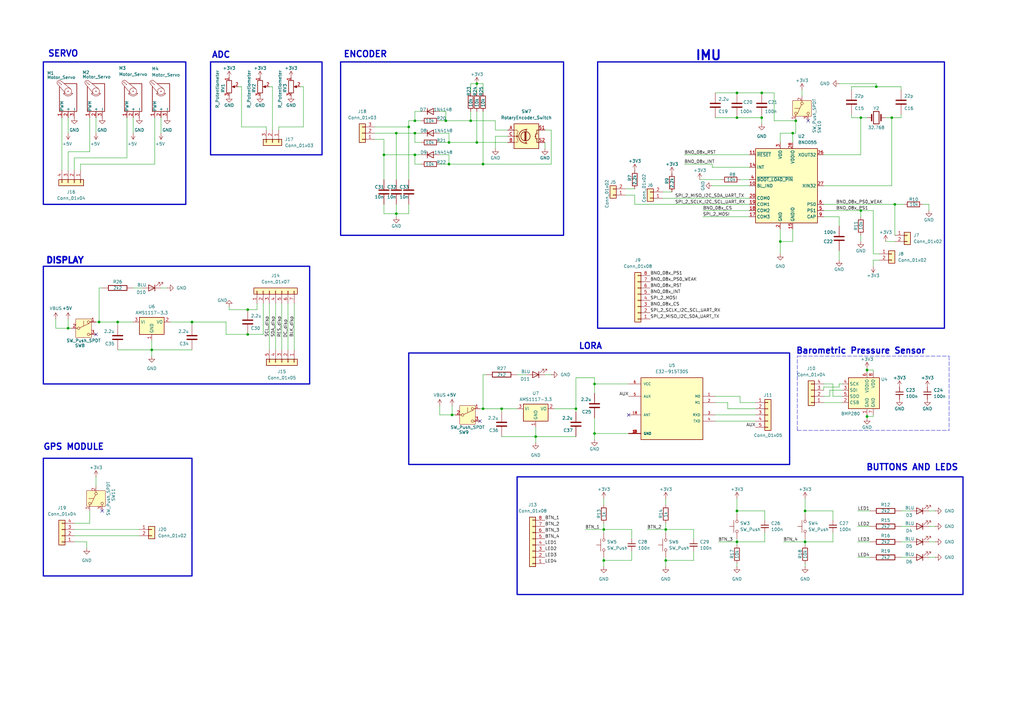
<source format=kicad_sch>
(kicad_sch (version 20231120) (generator "eeschema") (generator_version "8.0")
  (paper "A3")
  (junction (at 162.56 54.61))
  (junction (at 182.88 49.53))
  (junction (at 170.18 54.61))
  (junction (at 359.41 35.56))
  (junction (at 170.18 63.5))
  (junction (at 243.84 157.48))
  (junction (at 62.23 143.51))
  (junction (at 157.48 63.5))
  (junction (at 312.42 48.26))
  (junction (at 78.74 132.08))
  (junction (at 167.64 52.07))
  (junction (at 162.56 87.63))
  (junction (at 365.76 48.26))
  (junction (at 247.65 229.87))
  (junction (at 367.03 83.82))
  (junction (at 205.74 167.64))
  (junction (at 355.6 151.765))
  (junction (at 236.22 167.64))
  (junction (at 353.06 48.26))
  (junction (at 355.6 170.815))
  (junction (at 302.26 222.25))
  (junction (at 193.04 49.53))
  (junction (at 273.05 229.87))
  (junction (at 302.26 38.1))
  (junction (at 184.15 67.31))
  (junction (at 101.6 127))
  (junction (at 198.12 167.64))
  (junction (at 184.15 58.42))
  (junction (at 101.6 137.16))
  (junction (at 325.12 54.61))
  (junction (at 330.2 209.55))
  (junction (at 330.2 222.25))
  (junction (at 247.65 217.17))
  (junction (at 198.12 67.31))
  (junction (at 170.18 49.53))
  (junction (at 40.64 132.08))
  (junction (at 302.26 209.55))
  (junction (at 48.26 132.08))
  (junction (at 243.84 177.8))
  (junction (at 326.39 49.53))
  (junction (at 320.04 99.06))
  (junction (at 195.58 58.42))
  (junction (at 353.06 86.36))
  (junction (at 219.71 179.07))
  (junction (at 312.42 38.1))
  (junction (at 195.58 34.29))
  (junction (at 273.05 217.17))
  (junction (at 27.94 134.62))
  (junction (at 302.26 48.26))
  (junction (at 185.42 170.18))
  (no_connect (at 39.37 137.16))
  (no_connect (at 331.47 49.53))
  (no_connect (at 41.91 209.55))
  (no_connect (at 196.85 172.72))
  (no_connect (at 257.81 170.18))
  (wire (pts (xy 184.15 54.61) (xy 180.34 54.61)))
  (wire (pts (xy 298.45 165.1) (xy 298.45 167.64)))
  (wire (pts (xy 369.57 222.25) (xy 373.38 222.25)))
  (wire (pts (xy 36.83 214.63) (xy 30.48 214.63)))
  (wire (pts (xy 33.02 67.31) (xy 63.5 67.31)))
  (wire (pts (xy 107.95 137.16) (xy 101.6 137.16)))
  (wire (pts (xy 226.06 67.31) (xy 226.06 53.34)))
  (wire (pts (xy 284.48 226.06) (xy 284.48 229.87)))
  (wire (pts (xy 170.18 63.5) (xy 172.72 63.5)))
  (wire (pts (xy 78.74 132.08) (xy 92.71 132.08)))
  (wire (pts (xy 170.18 63.5) (xy 170.18 67.31)))
  (wire (pts (xy 170.18 54.61) (xy 170.18 58.42)))
  (wire (pts (xy 302.26 48.26) (xy 312.42 48.26)))
  (wire (pts (xy 273.05 217.17) (xy 284.48 217.17)))
  (wire (pts (xy 63.5 67.31) (xy 63.5 48.26)))
  (wire (pts (xy 247.65 217.17) (xy 259.08 217.17)))
  (wire (pts (xy 243.84 177.8) (xy 257.81 177.8)))
  (wire (pts (xy 243.84 177.8) (xy 243.84 180.34)))
  (wire (pts (xy 302.26 223.52) (xy 302.26 222.25)))
  (wire (pts (xy 288.29 88.9) (xy 307.34 88.9)))
  (wire (pts (xy 203.2 49.53) (xy 193.04 49.53)))
  (wire (pts (xy 367.03 99.06) (xy 363.22 99.06)))
  (wire (pts (xy 162.56 87.63) (xy 157.48 87.63)))
  (wire (pts (xy 219.71 175.26) (xy 219.71 179.07)))
  (wire (pts (xy 157.48 63.5) (xy 157.48 73.66)))
  (wire (pts (xy 294.64 222.25) (xy 302.26 222.25)))
  (wire (pts (xy 120.65 124.46) (xy 120.65 143.51)))
  (wire (pts (xy 369.57 35.56) (xy 359.41 35.56)))
  (wire (pts (xy 212.09 153.67) (xy 215.9 153.67)))
  (wire (pts (xy 303.53 162.56) (xy 303.53 165.1)))
  (wire (pts (xy 247.65 214.63) (xy 247.65 217.17)))
  (wire (pts (xy 284.48 217.17) (xy 284.48 220.98)))
  (wire (pts (xy 203.2 53.34) (xy 203.2 49.53)))
  (wire (pts (xy 287.02 73.66) (xy 295.91 73.66)))
  (wire (pts (xy 198.12 34.29) (xy 195.58 34.29)))
  (wire (pts (xy 349.25 35.56) (xy 349.25 36.83)))
  (wire (pts (xy 33.02 69.85) (xy 33.02 67.31)))
  (wire (pts (xy 193.04 34.29) (xy 195.58 34.29)))
  (wire (pts (xy 359.41 34.29) (xy 359.41 35.56)))
  (wire (pts (xy 330.2 209.55) (xy 330.2 210.82)))
  (wire (pts (xy 302.26 204.47) (xy 302.26 209.55)))
  (wire (pts (xy 351.79 215.9) (xy 356.87 215.9)))
  (wire (pts (xy 369.57 228.6) (xy 373.38 228.6)))
  (wire (pts (xy 52.07 48.26) (xy 52.07 64.77)))
  (wire (pts (xy 118.11 124.46) (xy 118.11 143.51)))
  (wire (pts (xy 313.69 218.44) (xy 313.69 222.25)))
  (wire (pts (xy 78.74 132.08) (xy 78.74 133.35)))
  (wire (pts (xy 25.4 48.26) (xy 25.4 69.85)))
  (wire (pts (xy 320.04 54.61) (xy 320.04 58.42)))
  (wire (pts (xy 381 222.25) (xy 383.54 222.25)))
  (wire (pts (xy 180.34 58.42) (xy 184.15 58.42)))
  (wire (pts (xy 107.95 124.46) (xy 107.95 137.16)))
  (wire (pts (xy 36.83 62.23) (xy 27.94 62.23)))
  (wire (pts (xy 157.48 87.63) (xy 157.48 83.82)))
  (wire (pts (xy 330.2 232.41) (xy 330.2 231.14)))
  (wire (pts (xy 293.37 170.18) (xy 309.88 170.18)))
  (wire (pts (xy 22.86 130.81) (xy 22.86 134.62)))
  (wire (pts (xy 196.85 167.64) (xy 198.12 167.64)))
  (wire (pts (xy 259.08 226.06) (xy 259.08 229.87)))
  (wire (pts (xy 320.04 99.06) (xy 320.04 104.14)))
  (wire (pts (xy 162.56 83.82) (xy 162.56 87.63)))
  (wire (pts (xy 344.17 102.87) (xy 344.17 106.68)))
  (wire (pts (xy 293.37 172.72) (xy 309.88 172.72)))
  (wire (pts (xy 170.18 54.61) (xy 172.72 54.61)))
  (wire (pts (xy 341.63 162.56) (xy 341.63 157.48)))
  (wire (pts (xy 365.76 48.26) (xy 365.76 76.2)))
  (wire (pts (xy 208.28 58.42) (xy 195.58 58.42)))
  (wire (pts (xy 355.6 170.815) (xy 355.6 170.18)))
  (wire (pts (xy 109.22 52.07) (xy 109.22 53.34)))
  (wire (pts (xy 170.18 58.42) (xy 172.72 58.42)))
  (wire (pts (xy 302.26 38.1) (xy 312.42 38.1)))
  (wire (pts (xy 358.14 151.765) (xy 358.14 152.4)))
  (wire (pts (xy 99.06 52.07) (xy 109.22 52.07)))
  (wire (pts (xy 337.82 88.9) (xy 344.17 88.9)))
  (wire (pts (xy 369.57 36.83) (xy 369.57 35.56)))
  (wire (pts (xy 247.65 217.17) (xy 247.65 218.44)))
  (wire (pts (xy 62.23 139.7) (xy 62.23 143.51)))
  (wire (pts (xy 54.61 118.11) (xy 58.42 118.11)))
  (wire (pts (xy 330.2 222.25) (xy 330.2 223.52)))
  (wire (pts (xy 378.46 83.82) (xy 381 83.82)))
  (wire (pts (xy 167.64 49.53) (xy 167.64 52.07)))
  (wire (pts (xy 259.08 217.17) (xy 259.08 220.98)))
  (wire (pts (xy 153.67 57.15) (xy 157.48 57.15)))
  (wire (pts (xy 62.23 143.51) (xy 48.26 143.51)))
  (wire (pts (xy 184.15 63.5) (xy 180.34 63.5)))
  (wire (pts (xy 219.71 179.07) (xy 205.74 179.07)))
  (wire (pts (xy 257.81 157.48) (xy 243.84 157.48)))
  (wire (pts (xy 360.68 106.68) (xy 358.14 106.68)))
  (wire (pts (xy 162.56 88.9) (xy 162.56 87.63)))
  (wire (pts (xy 157.48 63.5) (xy 170.18 63.5)))
  (wire (pts (xy 113.03 124.46) (xy 113.03 143.51)))
  (wire (pts (xy 167.64 49.53) (xy 170.18 49.53)))
  (wire (pts (xy 353.06 48.26) (xy 355.6 48.26)))
  (wire (pts (xy 182.88 49.53) (xy 182.88 45.72)))
  (wire (pts (xy 208.28 53.34) (xy 203.2 53.34)))
  (wire (pts (xy 293.37 165.1) (xy 298.45 165.1)))
  (wire (pts (xy 355.6 170.815) (xy 358.14 170.815)))
  (wire (pts (xy 195.58 45.72) (xy 195.58 58.42)))
  (wire (pts (xy 351.79 209.55) (xy 356.87 209.55)))
  (wire (pts (xy 325.12 93.98) (xy 325.12 99.06)))
  (wire (pts (xy 330.2 222.25) (xy 341.63 222.25)))
  (wire (pts (xy 39.37 48.26) (xy 39.37 54.61)))
  (wire (pts (xy 337.82 165.1) (xy 345.44 165.1)))
  (wire (pts (xy 54.61 48.26) (xy 54.61 54.61)))
  (wire (pts (xy 170.18 45.72) (xy 170.18 49.53)))
  (wire (pts (xy 236.22 154.94) (xy 236.22 167.64)))
  (wire (pts (xy 340.36 162.56) (xy 337.82 162.56)))
  (wire (pts (xy 114.3 53.34) (xy 114.3 52.07)))
  (wire (pts (xy 302.26 222.25) (xy 313.69 222.25)))
  (wire (pts (xy 381 228.6) (xy 383.54 228.6)))
  (wire (pts (xy 337.82 158.75) (xy 337.82 160.02)))
  (wire (pts (xy 358.14 170.815) (xy 358.14 170.18)))
  (wire (pts (xy 260.35 80.01) (xy 260.35 83.82)))
  (polyline (pts (xy 327.025 176.53) (xy 327.025 146.05)) (stroke (width 0) (type dash)))
  (wire (pts (xy 243.84 157.48) (xy 243.84 161.29)))
  (wire (pts (xy 180.34 67.31) (xy 184.15 67.31)))
  (wire (pts (xy 273.05 229.87) (xy 273.05 228.6)))
  (wire (pts (xy 110.49 35.56) (xy 111.76 35.56)))
  (wire (pts (xy 110.49 124.46) (xy 110.49 143.51)))
  (wire (pts (xy 256.54 77.47) (xy 260.35 77.47)))
  (wire (pts (xy 212.09 167.64) (xy 205.74 167.64)))
  (wire (pts (xy 99.06 35.56) (xy 99.06 52.07)))
  (wire (pts (xy 325.12 58.42) (xy 325.12 54.61)))
  (wire (pts (xy 198.12 45.72) (xy 198.12 67.31)))
  (wire (pts (xy 193.04 49.53) (xy 182.88 49.53)))
  (wire (pts (xy 353.06 63.5) (xy 353.06 48.26)))
  (wire (pts (xy 351.79 228.6) (xy 356.87 228.6)))
  (wire (pts (xy 358.14 106.68) (xy 358.14 109.22)))
  (wire (pts (xy 115.57 124.46) (xy 115.57 143.51)))
  (wire (pts (xy 66.04 118.11) (xy 68.58 118.11)))
  (wire (pts (xy 205.74 167.64) (xy 205.74 168.91)))
  (wire (pts (xy 355.6 151.765) (xy 358.14 151.765)))
  (wire (pts (xy 223.52 58.42) (xy 223.52 60.96)))
  (wire (pts (xy 302.26 222.25) (xy 302.26 220.98)))
  (wire (pts (xy 292.1 68.58) (xy 307.34 68.58)))
  (wire (pts (xy 40.64 118.11) (xy 41.91 118.11)))
  (wire (pts (xy 247.65 204.47) (xy 247.65 207.01)))
  (wire (pts (xy 355.6 151.765) (xy 355.6 152.4)))
  (wire (pts (xy 337.82 86.36) (xy 353.06 86.36)))
  (wire (pts (xy 280.67 63.5) (xy 307.34 63.5)))
  (wire (pts (xy 273.05 217.17) (xy 273.05 218.44)))
  (polyline (pts (xy 327.025 176.53) (xy 389.255 176.53)) (stroke (width 0) (type dash)))
  (wire (pts (xy 260.35 83.82) (xy 307.34 83.82)))
  (wire (pts (xy 153.67 52.07) (xy 167.64 52.07)))
  (wire (pts (xy 185.42 166.37) (xy 185.42 170.18)))
  (wire (pts (xy 330.2 209.55) (xy 341.63 209.55)))
  (wire (pts (xy 293.37 48.26) (xy 302.26 48.26)))
  (wire (pts (xy 359.41 35.56) (xy 349.25 35.56)))
  (wire (pts (xy 219.71 179.07) (xy 219.71 181.61)))
  (wire (pts (xy 273.05 214.63) (xy 273.05 217.17)))
  (wire (pts (xy 93.98 125.73) (xy 93.98 127)))
  (wire (pts (xy 271.78 78.74) (xy 275.59 78.74)))
  (wire (pts (xy 195.58 58.42) (xy 184.15 58.42)))
  (wire (pts (xy 30.48 64.77) (xy 30.48 69.85)))
  (wire (pts (xy 288.29 86.36) (xy 307.34 86.36)))
  (wire (pts (xy 353.06 86.36) (xy 358.14 86.36)))
  (wire (pts (xy 317.5 49.53) (xy 326.39 49.53)))
  (wire (pts (xy 293.37 38.1) (xy 302.26 38.1)))
  (wire (pts (xy 243.84 154.94) (xy 236.22 154.94)))
  (wire (pts (xy 180.34 170.18) (xy 185.42 170.18)))
  (wire (pts (xy 39.37 195.58) (xy 39.37 199.39)))
  (wire (pts (xy 358.14 86.36) (xy 358.14 104.14)))
  (wire (pts (xy 170.18 49.53) (xy 172.72 49.53)))
  (wire (pts (xy 344.17 157.48) (xy 344.17 158.75)))
  (wire (pts (xy 325.12 54.61) (xy 320.04 54.61)))
  (wire (pts (xy 153.67 54.61) (xy 162.56 54.61)))
  (wire (pts (xy 320.04 99.06) (xy 320.04 93.98)))
  (wire (pts (xy 27.94 48.26) (xy 27.94 54.61)))
  (wire (pts (xy 124.46 52.07) (xy 124.46 35.56)))
  (wire (pts (xy 170.18 67.31) (xy 172.72 67.31)))
  (wire (pts (xy 360.68 104.14) (xy 358.14 104.14)))
  (wire (pts (xy 370.84 83.82) (xy 367.03 83.82)))
  (wire (pts (xy 328.93 36.83) (xy 328.93 39.37)))
  (wire (pts (xy 184.15 63.5) (xy 184.15 67.31)))
  (wire (pts (xy 30.48 222.25) (xy 35.56 222.25)))
  (wire (pts (xy 182.88 45.72) (xy 180.34 45.72)))
  (wire (pts (xy 369.57 209.55) (xy 373.38 209.55)))
  (wire (pts (xy 184.15 54.61) (xy 184.15 58.42)))
  (wire (pts (xy 167.64 52.07) (xy 167.64 73.66)))
  (wire (pts (xy 198.12 67.31) (xy 226.06 67.31)))
  (wire (pts (xy 27.94 62.23) (xy 27.94 69.85)))
  (wire (pts (xy 240.03 217.17) (xy 247.65 217.17)))
  (wire (pts (xy 157.48 57.15) (xy 157.48 63.5)))
  (wire (pts (xy 167.64 87.63) (xy 162.56 87.63)))
  (wire (pts (xy 78.74 143.51) (xy 62.23 143.51)))
  (wire (pts (xy 198.12 153.67) (xy 199.39 153.67)))
  (wire (pts (xy 313.69 209.55) (xy 313.69 213.36)))
  (wire (pts (xy 198.12 38.1) (xy 198.12 34.29)))
  (wire (pts (xy 105.41 127) (xy 101.6 127)))
  (wire (pts (xy 337.82 83.82) (xy 367.03 83.82)))
  (wire (pts (xy 271.78 81.28) (xy 307.34 81.28)))
  (wire (pts (xy 312.42 48.26) (xy 312.42 50.8)))
  (wire (pts (xy 349.25 48.26) (xy 353.06 48.26)))
  (wire (pts (xy 92.71 137.16) (xy 92.71 132.08)))
  (wire (pts (xy 162.56 54.61) (xy 170.18 54.61)))
  (wire (pts (xy 369.57 46.99) (xy 369.57 48.26)))
  (wire (pts (xy 184.15 67.31) (xy 198.12 67.31)))
  (wire (pts (xy 303.53 73.66) (xy 307.34 73.66)))
  (wire (pts (xy 363.22 48.26) (xy 365.76 48.26)))
  (wire (pts (xy 167.64 83.82) (xy 167.64 87.63)))
  (wire (pts (xy 330.2 204.47) (xy 330.2 209.55)))
  (wire (pts (xy 180.34 166.37) (xy 180.34 170.18)))
  (wire (pts (xy 223.52 153.67) (xy 226.06 153.67)))
  (wire (pts (xy 341.63 218.44) (xy 341.63 222.25)))
  (wire (pts (xy 172.72 45.72) (xy 170.18 45.72)))
  (wire (pts (xy 162.56 54.61) (xy 162.56 73.66)))
  (wire (pts (xy 40.64 132.08) (xy 48.26 132.08)))
  (wire (pts (xy 381 215.9) (xy 383.54 215.9)))
  (wire (pts (xy 36.83 48.26) (xy 36.83 62.23)))
  (wire (pts (xy 312.42 38.1) (xy 317.5 38.1)))
  (wire (pts (xy 105.41 124.46) (xy 105.41 127)))
  (wire (pts (xy 124.46 35.56) (xy 123.19 35.56)))
  (wire (pts (xy 30.48 217.17) (xy 57.15 217.17)))
  (wire (pts (xy 247.65 229.87) (xy 259.08 229.87)))
  (wire (pts (xy 344.17 158.75) (xy 337.82 158.75)))
  (wire (pts (xy 36.83 209.55) (xy 36.83 214.63)))
  (wire (pts (xy 340.36 160.02) (xy 340.36 162.56)))
  (wire (pts (xy 92.71 137.16) (xy 101.6 137.16)))
  (wire (pts (xy 195.58 34.29) (xy 195.58 38.1)))
  (wire (pts (xy 203.2 55.88) (xy 208.28 55.88)))
  (wire (pts (xy 353.06 86.36) (xy 353.06 88.9)))
  (wire (pts (xy 381 83.82) (xy 381 86.36)))
  (wire (pts (xy 236.22 179.07) (xy 219.71 179.07)))
  (wire (pts (xy 78.74 132.08) (xy 69.85 132.08)))
  (wire (pts (xy 307.34 76.2) (xy 292.1 76.2)))
  (wire (pts (xy 302.26 232.41) (xy 302.26 231.14)))
  (wire (pts (xy 57.15 219.71) (xy 30.48 219.71)))
  (wire (pts (xy 111.76 35.56) (xy 111.76 53.34)))
  (wire (pts (xy 369.57 215.9) (xy 373.38 215.9)))
  (wire (pts (xy 52.07 64.77) (xy 30.48 64.77)))
  (polyline (pts (xy 327.025 146.05) (xy 389.255 146.05)) (stroke (width 0) (type dash)))
  (wire (pts (xy 236.22 167.64) (xy 236.22 168.91)))
  (wire (pts (xy 66.04 48.26) (xy 66.04 54.61)))
  (wire (pts (xy 330.2 222.25) (xy 330.2 220.98)))
  (wire (pts (xy 48.26 132.08) (xy 48.26 133.35)))
  (wire (pts (xy 303.53 165.1) (xy 309.88 165.1)))
  (wire (pts (xy 236.22 167.64) (xy 227.33 167.64)))
  (wire (pts (xy 180.34 49.53) (xy 182.88 49.53)))
  (wire (pts (xy 22.86 134.62) (xy 27.94 134.62)))
  (wire (pts (xy 193.04 38.1) (xy 193.04 34.29)))
  (wire (pts (xy 381 209.55) (xy 383.54 209.55)))
  (wire (pts (xy 293.37 162.56) (xy 303.53 162.56)))
  (wire (pts (xy 345.44 162.56) (xy 341.63 162.56)))
  (wire (pts (xy 326.39 54.61) (xy 325.12 54.61)))
  (wire (pts (xy 353.06 96.52) (xy 353.06 99.06)))
  (wire (pts (xy 344.17 34.29) (xy 359.41 34.29)))
  (wire (pts (xy 203.2 60.96) (xy 203.2 55.88)))
  (wire (pts (xy 321.31 222.25) (xy 330.2 222.25)))
  (wire (pts (xy 298.45 167.64) (xy 309.88 167.64)))
  (wire (pts (xy 273.05 229.87) (xy 273.05 232.41)))
  (wire (pts (xy 243.84 154.94) (xy 243.84 157.48)))
  (wire (pts (xy 355.6 151.13) (xy 355.6 151.765)))
  (wire (pts (xy 273.05 204.47) (xy 273.05 207.01)))
  (wire (pts (xy 345.44 157.48) (xy 344.17 157.48)))
  (wire (pts (xy 367.03 83.82) (xy 367.03 96.52)))
  (wire (pts (xy 54.61 132.08) (xy 48.26 132.08)))
  (wire (pts (xy 325.12 99.06) (xy 320.04 99.06)))
  (wire (pts (xy 292.1 67.31) (xy 292.1 68.58)))
  (wire (pts (xy 40.64 118.11) (xy 40.64 132.08)))
  (wire (pts (xy 302.26 209.55) (xy 313.69 209.55)))
  (wire (pts (xy 345.44 160.02) (xy 340.36 160.02)))
  (wire (pts (xy 193.04 45.72) (xy 193.04 49.53)))
  (wire (pts (xy 247.65 229.87) (xy 247.65 228.6)))
  (wire (pts (xy 256.54 80.01) (xy 260.35 80.01)))
  (wire (pts (xy 93.98 127) (xy 101.6 127)))
  (wire (pts (xy 302.26 209.55) (xy 302.26 210.82)))
  (wire (pts (xy 27.94 134.62) (xy 29.21 134.62)))
  (wire (pts (xy 365.76 76.2) (xy 337.82 76.2)))
  (wire (pts (xy 273.05 229.87) (xy 284.48 229.87)))
  (wire (pts (xy 97.79 35.56) (xy 99.06 35.56)))
  (wire (pts (xy 341.63 209.55) (xy 341.63 213.36)))
  (wire (pts (xy 341.63 157.48) (xy 337.82 157.48)))
  (wire (pts (xy 185.42 170.18) (xy 186.69 170.18)))
  (wire (pts (xy 344.17 88.9) (xy 344.17 92.71)))
  (wire (pts (xy 198.12 153.67) (xy 198.12 167.64)))
  (wire (pts (xy 27.94 130.81) (xy 27.94 134.62)))
  (wire (pts (xy 265.43 217.17) (xy 273.05 217.17)))
  (wire (pts (xy 243.84 171.45) (xy 243.84 177.8)))
  (wire (pts (xy 355.6 171.45) (xy 355.6 170.815)))
  (wire (pts (xy 337.82 63.5) (xy 353.06 63.5)))
  (wire (pts (xy 62.23 143.51) (xy 62.23 146.05)))
  (wire (pts (xy 280.67 67.31) (xy 292.1 67.31)))
  (wire (pts (xy 349.25 46.99) (xy 349.25 48.26)))
  (wire (pts (xy 351.79 222.25) (xy 356.87 222.25)))
  (wire (pts (xy 114.3 52.07) (xy 124.46 52.07)))
  (wire (pts (xy 317.5 38.1) (xy 317.5 49.53)))
  (wire (pts (xy 39.37 132.08) (xy 40.64 132.08)))
  (wire (pts (xy 226.06 53.34) (xy 223.52 53.34)))
  (wire (pts (xy 35.56 222.25) (xy 35.56 224.79)))
  (wire (pts (xy 369.57 48.26) (xy 365.76 48.26)))
  (wire (pts (xy 326.39 49.53) (xy 326.39 54.61)))
  (wire (pts (xy 198.12 167.64) (xy 205.74 167.64)))
  (polyline (pts (xy 389.255 146.05) (xy 389.255 176.53)) (stroke (width 0) (type dash)))
  (wire (pts (xy 247.65 229.87) (xy 247.65 232.41)))
  (rectangle (start 245.11 25.4) (end 387.35 134.62) (stroke (width 0.508)))
  (rectangle (start 17.78 109.22) (end 127 157.48) (stroke (width 0.508)))
  (rectangle (start 17.78 187.96) (end 78.74 236.22) (stroke (width 0.508)))
  (rectangle (start 167.64 144.78) (end 323.85 190.5) (stroke (width 0.508)))
  (rectangle (start 17.78 25.4) (end 76.2 83.82) (stroke (width 0.508)))
  (rectangle (start 139.7 25.4) (end 231.14 96.52) (stroke (width 0.508)))
  (rectangle (start 212.09 195.58) (end 394.97 243.84) (stroke (width 0.508)))
  (rectangle (start 86.36 25.4) (end 132.08 63.5) (stroke (width 0.508)))
  (text "GPS MODULE" (at 30.226 183.388 0) (effects (font (size 2.54 2.54) (bold yes))))
  (text "DISPLAY\n\n \n" (at 26.67 110.998 0) (effects (font (size 2.54 2.54) (thickness 0.762) (bold yes))))
  (text "Barometric Pressure Sensor" (at 326.39 145.415 0) (effects (font (size 2.4892 2.4892) (thickness 0.4978) (bold yes)) (justify left bottom)))
  (text "IMU\n" (at 290.576 22.86 0) (effects (font (size 3.81 3.81) (thickness 0.762) (bold yes))))
  (text "ADC" (at 90.678 22.606 0) (effects (font (size 2.54 2.54) (bold yes))))
  (text "SERVO\n" (at 25.908 22.098 0) (effects (font (size 2.54 2.54) (thickness 0.508) (bold yes))))
  (text "BUTTONS AND LEDS\n" (at 374.142 191.77 0) (effects (font (size 2.54 2.54) (thickness 0.508) (bold yes))))
  (text "ENCODER" (at 149.86 22.352 0) (effects (font (size 2.54 2.54) (bold yes))))
  (text "LORA\n" (at 237.236 143.51 0) (effects (font (size 2.4892 2.4892) (thickness 0.4978) (bold yes)) (justify left bottom)))
  (label "LED3" (at 351.79 222.25 0))
  (label "LED3" (at 223.52 228.6 0))
  (label "AUX" (at 309.88 175.26 180))
  (label "AUX" (at 257.81 162.56 180))
  (label "SPI_2_MOSI" (at 266.7 123.19 0))
  (label "SCL_disp" (at 110.49 129.54 270))
  (label "BNO_08x_PS0_WEAK" (at 342.9 83.82 0))
  (label "RES_disp" (at 115.57 129.54 270))
  (label "SPI_2_MISO_I2C_SDA_UART_TX" (at 266.7 130.81 0))
  (label "SPI_2_SCLK_I2C_SCL_UART_RX" (at 276.86 83.82 0))
  (label "LED2" (at 223.52 226.06 0))
  (label "BNO_08x_RST" (at 280.67 63.5 0))
  (label "BNO_08x_PS1" (at 342.9 86.36 0))
  (label "BNO_08x_RST" (at 266.7 118.11 0))
  (label "BTN_1" (at 240.03 217.17 0))
  (label "BNO_08x_INT" (at 266.7 120.65 0))
  (label "BNO_08x_INT" (at 280.67 67.31 0))
  (label "BNO_08x_CS" (at 288.29 86.36 0))
  (label "SDA_disp" (at 113.03 129.54 270))
  (label "BTN_1" (at 223.52 213.36 0))
  (label "LED1" (at 351.79 209.55 0))
  (label "LED4" (at 223.52 231.14 0))
  (label "LED2" (at 351.79 215.9 0))
  (label "DC_disp" (at 118.11 130.81 270))
  (label "BNO_08x_CS" (at 266.7 125.73 0))
  (label "BLK_disp" (at 120.65 129.54 270))
  (label "BNO_08x_PS1" (at 266.7 113.03 0))
  (label "BTN_3" (at 223.52 218.44 0))
  (label "LED1" (at 223.52 223.52 0))
  (label "SPI_2_SCLK_I2C_SCL_UART_RX" (at 266.7 128.27 0))
  (label "BTN_2" (at 223.52 215.9 0))
  (label "BTN_4" (at 223.52 220.98 0))
  (label "BTN_3" (at 294.64 222.25 0))
  (label "BTN_4" (at 321.31 222.25 0))
  (label "BNO_08x_PS0_WEAK" (at 266.7 115.57 0))
  (label "LED4" (at 351.79 228.6 0))
  (label "SPI_2_MOSI" (at 288.29 88.9 0))
  (label "SPI_2_MISO_I2C_SDA_UART_TX" (at 276.86 81.28 0))
  (label "BTN_2" (at 265.43 217.17 0))
  (symbol (lib_id "power:GND") (at 57.15 48.26 0) (unit 1)
    (property "Reference" "#PWR069" (effects (hide yes)))
    (property "Value" "GND" (at 57.15 53.34 0))
    (property "Description" "Power symbol creates a global label with name \"GND\" , ground" (effects (hide yes)))
  )
  (symbol (lib_id "power:VBUS") (at 22.86 130.81 0) (mirror y) (unit 1)
    (property "Reference" "#PWR086" (effects (hide yes)))
    (property "Value" "VBUS" (at 22.86 126.492 0))
    (property "Description" "Power symbol creates a global label with name \"VBUS\"" (effects (hide yes)))
  )
  (symbol (lib_id "RBoard-rescue:+3.3V-power") (at 273.05 204.47 0) (unit 1)
    (property "Reference" "#PWR054" (effects (hide yes)))
    (property "Value" "+3V3" (at 273.05 200.66 0))
  )
  (symbol (lib_id "BLDC_4-rescue:C-RESCUE-BLDC_4") (at 293.37 43.18 0) (mirror x) (unit 1)
    (property "Reference" "C19" (at 294.64 45.72 0) (effects (justify left)))
    (property "Value" "2.2u" (at 294.64 40.64 0) (effects (justify left)))
    (property "Footprint" "Capacitor_SMD:C_0603_1608Metric" (effects (hide yes)))
  )
  (symbol (lib_id "Switch:SW_Push") (at 302.26 215.9 90) (unit 1)
    (property "Reference" "SW3" (at 303.53 214.6299 90) (effects (justify right)))
    (property "Value" "SW_Push" (at 303.53 217.1699 90) (effects (justify right)))
    (property "Footprint" "Button_Switch_THT:SW_PUSH-12mm" (effects (hide yes)))
    (property "Description" "Push button switch, generic, two pins" (effects (hide yes)))
  )
  (symbol (lib_id "RBoard-rescue:+3.3V-power") (at 363.22 99.06 0) (unit 1)
    (property "Reference" "#PWR038" (effects (hide yes)))
    (property "Value" "+3V3" (at 363.22 95.25 0))
  )
  (symbol (lib_id "Device:R") (at 176.53 58.42 90) (unit 1)
    (property "Reference" "R21" (at 179.07 57.658 90) (effects (justify right)))
    (property "Value" "10k" (at 174.498 58.42 90) (effects (justify right)))
    (property "Footprint" "Resistor_SMD:R_0603_1608Metric_Pad0.98x0.95mm_HandSolder" (effects (hide yes)))
    (property "Description" "Resistor" (effects (hide yes)))
  )
  (symbol (lib_id "RBoard-rescue:+3.3V-power") (at 302.26 204.47 0) (unit 1)
    (property "Reference" "#PWR055" (effects (hide yes)))
    (property "Value" "+3V3" (at 302.26 200.66 0))
  )
  (symbol (lib_id "Connector_Generic:Conn_01x02") (at 372.11 96.52 0) (unit 1)
    (property "Reference" "J7" (at 374.65 96.5199 0) (effects (justify left)))
    (property "Value" "Conn_01x02" (at 374.65 99.0599 0) (effects (justify left)))
    (property "Footprint" "Connector_PinHeader_2.54mm:PinHeader_1x02_P2.54mm_Vertical" (effects (hide yes)))
    (property "Description" "Generic connector, single row, 01x02, script generated (kicad-library-utils/schlib/autogen/connector/)" (effects (hide yes)))
  )
  (symbol (lib_id "Motor:Motor_Servo") (at 66.04 40.64 90) (unit 1)
    (property "Reference" "M4" (at 62.23 28.194 90) (effects (justify right)))
    (property "Value" "Motor_Servo" (at 62.23 30.734 90) (effects (justify right)))
    (property "Footprint" "Connector_PinHeader_2.54mm:PinHeader_1x03_P2.54mm_Vertical" (effects (hide yes)))
    (property "Datasheet" "http://forums.parallax.com/uploads/attachments/46831/74481.png" (effects (hide yes)))
    (property "Description" "Servo Motor (Futaba, HiTec, JR connector)" (effects (hide yes)))
  )
  (symbol (lib_id "power:GND") (at 226.06 153.67 90) (unit 1)
    (property "Reference" "#PWR066" (effects (hide yes)))
    (property "Value" "GND" (at 229.87 153.6699 90) (effects (justify right)))
    (property "Description" "Power symbol creates a global label with name \"GND\" , ground" (effects (hide yes)))
  )
  (symbol (lib_id "Switch:SW_Push") (at 330.2 215.9 90) (unit 1)
    (property "Reference" "SW4" (at 331.47 214.6299 90) (effects (justify right)))
    (property "Value" "SW_Push" (at 331.47 217.1699 90) (effects (justify right)))
    (property "Footprint" "Button_Switch_THT:SW_PUSH-12mm" (effects (hide yes)))
    (property "Description" "Push button switch, generic, two pins" (effects (hide yes)))
  )
  (symbol (lib_id "Motor:Motor_Servo") (at 27.94 40.64 90) (unit 1)
    (property "Reference" "M1" (at 19.304 29.972 90) (effects (justify right)))
    (property "Value" "Motor_Servo" (at 19.304 31.75 90) (effects (justify right)))
    (property "Footprint" "Connector_PinHeader_2.54mm:PinHeader_1x03_P2.54mm_Vertical" (effects (hide yes)))
    (property "Datasheet" "http://forums.parallax.com/uploads/attachments/46831/74481.png" (effects (hide yes)))
    (property "Description" "Servo Motor (Futaba, HiTec, JR connector)" (effects (hide yes)))
  )
  (symbol (lib_id "BLDC_4-rescue:C-RESCUE-BLDC_4") (at 344.17 97.79 180) (unit 1)
    (property "Reference" "C22" (at 341.63 99.06 0) (effects (justify left)))
    (property "Value" "100n" (at 342.9 95.25 0) (effects (justify left)))
    (property "Footprint" "Capacitor_SMD:C_0603_1608Metric" (effects (hide yes)))
  )
  (symbol (lib_id "Device:LED") (at 377.19 228.6 180) (unit 1)
    (property "Reference" "D6" (at 372.872 230.378 0))
    (property "Value" "BLU" (at 373.126 227.33 0))
    (property "Footprint" "LED_SMD:LED_0603_1608Metric" (effects (hide yes)))
  )
  (symbol (lib_id "power:GND") (at 320.04 104.14 0) (unit 1)
    (property "Reference" "#PWR039" (effects (hide yes)))
    (property "Value" "GND" (at 320.04 109.22 0))
    (property "Description" "Power symbol creates a global label with name \"GND\" , ground" (effects (hide yes)))
  )
  (symbol (lib_id "RBoard-rescue:+5V-power") (at 27.94 54.61 180) (unit 1)
    (property "Reference" "#PWR071" (effects (hide yes)))
    (property "Value" "+5V" (at 27.559 59.0042 0))
  )
  (symbol (lib_id "BLDC_4-rescue:R-RESCUE-BLDC_4") (at 48.26 118.11 270) (unit 1)
    (property "Reference" "R26" (at 48.26 115.57 90))
    (property "Value" "2k2" (at 48.26 118.11 90))
    (property "Footprint" "Resistor_SMD:R_0603_1608Metric_Pad0.98x0.95mm_HandSolder" (effects (hide yes)))
  )
  (symbol (lib_id "BLDC_4-rescue:R-RESCUE-BLDC_4") (at 363.22 215.9 270) (unit 1)
    (property "Reference" "R15" (at 363.22 213.36 90))
    (property "Value" "2k2" (at 363.22 215.9 90))
    (property "Footprint" "Resistor_SMD:R_0603_1608Metric_Pad0.98x0.95mm_HandSolder" (effects (hide yes)))
  )
  (symbol (lib_id "Device:R") (at 198.12 41.91 180) (unit 1)
    (property "Reference" "R25" (at 197.358 39.37 90) (effects (justify right)))
    (property "Value" "10k" (at 198.12 43.942 90) (effects (justify right)))
    (property "Footprint" "Resistor_SMD:R_0603_1608Metric_Pad0.98x0.95mm_HandSolder" (effects (hide yes)))
    (property "Description" "Resistor" (effects (hide yes)))
  )
  (symbol (lib_id "BLDC_4-rescue:C-RESCUE-BLDC_4") (at 243.84 166.37 180) (unit 1)
    (property "Reference" "C25" (at 242.57 168.91 0) (effects (justify left)))
    (property "Value" "2.2u" (at 242.57 163.83 0) (effects (justify left)))
    (property "Footprint" "Capacitor_SMD:C_0603_1608Metric" (effects (hide yes)))
  )
  (symbol (lib_id "Sensor_Motion:BNO055") (at 322.58 76.2 0) (unit 1)
    (property "Reference" "U2" (at 327.3141 55.88 0) (effects (justify left)))
    (property "Value" "BNO055" (at 327.3141 58.42 0) (effects (justify left)))
    (property "Footprint" "Package_LGA:LGA-28_5.2x3.8mm_P0.5mm" (effects (hide yes)))
    (property "Datasheet" "https://www.bosch-sensortec.com/media/boschsensortec/downloads/datasheets/bst-bno055-ds000.pdf" (effects (hide yes)))
    (property "Description" "Intelligent 9-axis absolute orientation sensor, LGA-28" (effects (hide yes)))
  )
  (symbol (lib_id "BLDC_4-rescue:C-RESCUE-BLDC_4") (at 312.42 43.18 0) (unit 1)
    (property "Reference" "C21" (at 314.96 41.91 0) (effects (justify left)))
    (property "Value" "100n" (at 313.69 45.72 0) (effects (justify left)))
    (property "Footprint" "Capacitor_SMD:C_0603_1608Metric" (effects (hide yes)))
  )
  (symbol (lib_id "BLDC_4-rescue:C-RESCUE-BLDC_4") (at 162.56 78.74 0) (unit 1)
    (property "Reference" "C32" (at 158.75 76.708 0) (effects (justify left)))
    (property "Value" "10n" (at 158.75 80.772 0) (effects (justify left)))
    (property "Footprint" "Capacitor_SMD:C_0603_1608Metric" (effects (hide yes)))
  )
  (symbol (lib_id "RBoard-rescue:+3.3V-power") (at 358.14 109.22 180) (unit 1)
    (property "Reference" "#PWR041" (effects (hide yes)))
    (property "Value" "+3V3" (at 358.14 113.03 0))
  )
  (symbol (lib_id "Device:R") (at 195.58 41.91 180) (unit 1)
    (property "Reference" "R24" (at 194.818 39.37 90) (effects (justify right)))
    (property "Value" "10k" (at 195.58 43.942 90) (effects (justify right)))
    (property "Footprint" "Resistor_SMD:R_0603_1608Metric_Pad0.98x0.95mm_HandSolder" (effects (hide yes)))
    (property "Description" "Resistor" (effects (hide yes)))
  )
  (symbol (lib_id "Sensor_Pressure:BMP280") (at 355.6 162.56 0) (unit 1)
    (property "Reference" "U4" (at 361.315 155.575 0) (effects (justify left)))
    (property "Value" "BMP280" (at 344.932 169.672 0) (effects (justify left)))
    (property "Footprint" "Package_LGA:Bosch_LGA-8_2x2.5mm_P0.65mm_ClockwisePinNumbering" (effects (hide yes)))
    (property "Datasheet" "https://ae-bst.resource.bosch.com/media/_tech/media/datasheets/BST-BMP280-DS001.pdf" (effects (hide yes)))
    (property "LCSC Part #" "C233787" (effects (hide yes)))
  )
  (symbol (lib_id "Switch:SW_Push_SPDT") (at 191.77 170.18 0) (unit 1)
    (property "Reference" "SW9" (at 190.246 177.292 0))
    (property "Value" "SW_Push_SPDT" (at 191.77 175.26 0))
    (property "Footprint" "Button_Switch_THT:SW_Slide-03_Wuerth-WS-SLTV_10x2.5x6.4_P2.54mm" (effects (hide yes)))
    (property "Description" "Momentary Switch, single pole double throw" (effects (hide yes)))
  )
  (symbol (lib_id "BLDC_4-rescue:R-RESCUE-BLDC_4") (at 363.22 228.6 270) (unit 1)
    (property "Reference" "R19" (at 363.22 226.06 90))
    (property "Value" "2k2" (at 363.22 228.6 90))
    (property "Footprint" "Resistor_SMD:R_0603_1608Metric_Pad0.98x0.95mm_HandSolder" (effects (hide yes)))
  )
  (symbol (lib_id "Device:R") (at 273.05 210.82 0) (unit 1)
    (property "Reference" "R14" (at 271.018 208.788 90) (effects (justify right)))
    (property "Value" "1k" (at 273.05 209.804 90) (effects (justify right)))
    (property "Footprint" "Resistor_SMD:R_0603_1608Metric_Pad0.98x0.95mm_HandSolder" (effects (hide yes)))
    (property "Description" "Resistor" (effects (hide yes)))
  )
  (symbol (lib_id "Diode:1N4148") (at 176.53 63.5 0) (unit 1)
    (property "Reference" "D9" (at 173.736 62.484 0))
    (property "Value" "1N4148" (at 181.864 62.484 0))
    (property "Footprint" "Diode_THT:D_DO-35_SOD27_P7.62mm_Horizontal" (effects (hide yes)))
    (property "Datasheet" "https://assets.nexperia.com/documents/data-sheet/1N4148_1N4448.pdf" (effects (hide yes)))
    (property "Description" "100V 0.15A standard switching diode, DO-35" (effects (hide yes)))
    (property "Sim.Device" "D" (effects (hide yes)))
    (property "Sim.Pins" "1=K 2=A" (effects (hide yes)))
  )
  (symbol (lib_id "RBoard-rescue:GND-power") (at 380.365 163.83 0) (unit 1)
    (property "Reference" "#PWR047" (effects (hide yes)))
    (property "Value" "GND" (at 380.365 167.64 0))
  )
  (symbol (lib_id "power:GND") (at 330.2 232.41 0) (unit 1)
    (property "Reference" "#PWR064" (effects (hide yes)))
    (property "Value" "GND" (at 330.2 237.49 0))
    (property "Description" "Power symbol creates a global label with name \"GND\" , ground" (effects (hide yes)))
  )
  (symbol (lib_id "power:GND") (at 62.23 146.05 0) (mirror y) (unit 1)
    (property "Reference" "#PWR089" (effects (hide yes)))
    (property "Value" "GND" (at 62.23 151.13 0))
    (property "Description" "Power symbol creates a global label with name \"GND\" , ground" (effects (hide yes)))
  )
  (symbol (lib_id "power:VBUS") (at 180.34 166.37 0) (mirror y) (unit 1)
    (property "Reference" "#PWR088" (effects (hide yes)))
    (property "Value" "VBUS" (at 180.34 162.052 0))
    (property "Description" "Power symbol creates a global label with name \"VBUS\"" (effects (hide yes)))
  )
  (symbol (lib_id "RBoard-rescue:+3.3V-power") (at 328.93 36.83 0) (unit 1)
    (property "Reference" "#PWR021" (effects (hide yes)))
    (property "Value" "+3V3" (at 328.93 33.02 0))
  )
  (symbol (lib_id "power:GND") (at 68.58 118.11 90) (unit 1)
    (property "Reference" "#PWR087" (effects (hide yes)))
    (property "Value" "GND" (at 72.39 118.1099 90) (effects (justify right)))
    (property "Description" "Power symbol creates a global label with name \"GND\" , ground" (effects (hide yes)))
  )
  (symbol (lib_id "power:GND") (at 41.91 48.26 0) (unit 1)
    (property "Reference" "#PWR068" (effects (hide yes)))
    (property "Value" "GND" (at 41.91 53.34 0))
    (property "Description" "Power symbol creates a global label with name \"GND\" , ground" (effects (hide yes)))
  )
  (symbol (lib_id "Device:R") (at 275.59 74.93 0) (unit 1)
    (property "Reference" "R9" (at 273.558 72.898 90) (effects (justify right)))
    (property "Value" "2.2k" (at 275.59 72.898 90) (effects (justify right)))
    (property "Footprint" "Resistor_SMD:R_0603_1608Metric_Pad0.98x0.95mm_HandSolder" (effects (hide yes)))
    (property "Description" "Resistor" (effects (hide yes)))
  )
  (symbol (lib_id "Device:R_Potentiometer") (at 119.38 35.56 0) (unit 1)
    (property "Reference" "RV3" (at 116.84 34.2899 90) (effects (justify right)))
    (property "Value" "R_Potentiometer" (at 114.808 28.702 90) (effects (justify right)))
    (property "Footprint" "Potentiometer_THT:Potentiometer_Omeg_PC16BU_Vertical" (effects (hide yes)))
    (property "Description" "Potentiometer" (effects (hide yes)))
  )
  (symbol (lib_id "BLDC_4-rescue:C-RESCUE-BLDC_4") (at 302.26 43.18 0) (unit 1)
    (property "Reference" "C20" (at 304.8 41.91 0) (effects (justify left)))
    (property "Value" "100n" (at 303.53 45.72 0) (effects (justify left)))
    (property "Footprint" "Capacitor_SMD:C_0603_1608Metric" (effects (hide yes)))
  )
  (symbol (lib_id "Switch:SW_Push_SPDT") (at 39.37 204.47 90) (mirror x) (unit 1)
    (property "Reference" "SW11" (at 46.482 202.946 0))
    (property "Value" "SW_Push_SPDT" (at 44.45 204.47 0))
    (property "Footprint" "Button_Switch_THT:SW_Slide-03_Wuerth-WS-SLTV_10x2.5x6.4_P2.54mm" (effects (hide yes)))
    (property "Description" "Momentary Switch, single pole double throw" (effects (hide yes)))
  )
  (symbol (lib_id "Switch:SW_Push_SPDT") (at 328.93 44.45 90) (mirror x) (unit 1)
    (property "Reference" "SW10" (at 336.042 52.07 0))
    (property "Value" "SW_Push_SPDT" (at 334.01 47.498 0))
    (property "Footprint" "Button_Switch_THT:SW_Slide-03_Wuerth-WS-SLTV_10x2.5x6.4_P2.54mm" (effects (hide yes)))
    (property "Description" "Momentary Switch, single pole double throw" (effects (hide yes)))
  )
  (symbol (lib_id "Device:R") (at 176.53 49.53 90) (unit 1)
    (property "Reference" "R20" (at 179.07 48.514 90) (effects (justify right)))
    (property "Value" "10k" (at 174.498 49.53 90) (effects (justify right)))
    (property "Footprint" "Resistor_SMD:R_0603_1608Metric_Pad0.98x0.95mm_HandSolder" (effects (hide yes)))
    (property "Description" "Resistor" (effects (hide yes)))
  )
  (symbol (lib_id "BLDC_4-rescue:R-RESCUE-BLDC_4") (at 205.74 153.67 270) (unit 1)
    (property "Reference" "R27" (at 205.74 151.13 90))
    (property "Value" "2k2" (at 205.74 153.67 90))
    (property "Footprint" "Resistor_SMD:R_0603_1608Metric_Pad0.98x0.95mm_HandSolder" (effects (hide yes)))
  )
  (symbol (lib_id "power:GND") (at 302.26 232.41 0) (unit 1)
    (property "Reference" "#PWR063" (effects (hide yes)))
    (property "Value" "GND" (at 302.26 237.49 0))
    (property "Description" "Power symbol creates a global label with name \"GND\" , ground" (effects (hide yes)))
  )
  (symbol (lib_id "Device:R") (at 260.35 73.66 0) (unit 1)
    (property "Reference" "R7" (at 258.318 71.628 90) (effects (justify right)))
    (property "Value" "2.2k" (at 260.35 71.628 90) (effects (justify right)))
    (property "Footprint" "Resistor_SMD:R_0603_1608Metric_Pad0.98x0.95mm_HandSolder" (effects (hide yes)))
    (property "Description" "Resistor" (effects (hide yes)))
  )
  (symbol (lib_id "RBoard-rescue:+3.3V-power") (at 287.02 73.66 0) (unit 1)
    (property "Reference" "#PWR034" (effects (hide yes)))
    (property "Value" "+3V3" (at 287.02 69.85 0))
  )
  (symbol (lib_id "RBoard-rescue:+5V-power") (at 27.94 130.81 0) (mirror y) (unit 1)
    (property "Reference" "#PWR085" (effects (hide yes)))
    (property "Value" "+5V" (at 27.559 126.4158 0))
  )
  (symbol (lib_id "Connector_Generic:Conn_01x05") (at 115.57 148.59 270) (unit 1)
    (property "Reference" "J15" (at 115.57 152.4 90))
    (property "Value" "Conn_01x05" (at 115.57 154.94 90))
    (property "Footprint" "Connector_PinHeader_2.54mm:PinHeader_1x05_P2.54mm_Vertical" (effects (hide yes)))
    (property "Description" "Generic connector, single row, 01x05, script generated (kicad-library-utils/schlib/autogen/connector/)" (effects (hide yes)))
  )
  (symbol (lib_id "power:GND") (at 35.56 224.79 0) (mirror y) (unit 1)
    (property "Reference" "#PWR020" (effects (hide yes)))
    (property "Value" "GND" (at 35.56 229.87 0))
    (property "Description" "Power symbol creates a global label with name \"GND\" , ground" (effects (hide yes)))
  )
  (symbol (lib_id "Regulator_Linear:AMS1117-3.3") (at 219.71 167.64 0) (unit 1)
    (property "Reference" "U7" (at 219.71 161.29 0))
    (property "Value" "AMS1117-3.3" (at 219.71 163.83 0))
    (property "Footprint" "Package_TO_SOT_SMD:SOT-223-3_TabPin2" (effects (hide yes)))
    (property "Datasheet" "http://www.advanced-monolithic.com/pdf/ds1117.pdf" (effects (hide yes)))
    (property "Description" "1A Low Dropout regulator, positive, 3.3V fixed output, SOT-223" (effects (hide yes)))
  )
  (symbol (lib_id "BLDC_4-rescue:C-RESCUE-BLDC_4") (at 236.22 173.99 180) (unit 1)
    (property "Reference" "C37" (at 234.95 176.53 0) (effects (justify left)))
    (property "Value" "2.2u" (at 234.95 171.45 0) (effects (justify left)))
    (property "Footprint" "Capacitor_SMD:C_0603_1608Metric" (effects (hide yes)))
  )
  (symbol (lib_id "RBoard-rescue:+3.3V-power") (at 260.35 69.85 0) (unit 1)
    (property "Reference" "#PWR024" (effects (hide yes)))
    (property "Value" "+3V3" (at 260.35 66.04 0))
  )
  (symbol (lib_id "Device:R_Potentiometer") (at 93.98 35.56 0) (unit 1)
    (property "Reference" "RV1" (at 91.44 34.2899 90) (effects (justify right)))
    (property "Value" "R_Potentiometer" (at 89.154 28.702 90) (effects (justify right)))
    (property "Footprint" "Potentiometer_THT:Potentiometer_Omeg_PC16BU_Vertical" (effects (hide yes)))
    (property "Description" "Potentiometer" (effects (hide yes)))
  )
  (symbol (lib_id "power:GND") (at 383.54 228.6 90) (unit 1)
    (property "Reference" "#PWR060" (effects (hide yes)))
    (property "Value" "GND" (at 387.35 228.5999 90) (effects (justify right)))
    (property "Description" "Power symbol creates a global label with name \"GND\" , ground" (effects (hide yes)))
  )
  (symbol (lib_id "Device:Crystal") (at 359.41 48.26 0) (mirror y) (unit 1)
    (property "Reference" "Y2" (at 359.41 44.45 0))
    (property "Value" "32.768" (at 359.41 52.324 0))
    (property "Footprint" "Crystal:Crystal_SMD_3215-2Pin_3.2x1.5mm" (effects (hide yes)))
    (property "Description" "Two pin crystal" (effects (hide yes)))
  )
  (symbol (lib_id "BLDC_4-rescue:C-RESCUE-BLDC_4") (at 167.64 78.74 0) (unit 1)
    (property "Reference" "C33" (at 163.83 76.708 0) (effects (justify left)))
    (property "Value" "10n" (at 163.83 80.772 0) (effects (justify left)))
    (property "Footprint" "Capacitor_SMD:C_0603_1608Metric" (effects (hide yes)))
  )
  (symbol (lib_id "Device:C_Small") (at 368.935 161.29 0) (unit 1)
    (property "Reference" "C23" (at 371.475 160.02 0) (effects (justify left)))
    (property "Value" "100n" (at 371.475 162.56 0) (effects (justify left)))
    (property "Footprint" "Capacitor_SMD:C_0402_1005Metric" (effects (hide yes)))
    (property "LCSC Part #" "C1525" (effects (hide yes)))
  )
  (symbol (lib_id "Device:R") (at 374.65 83.82 270) (unit 1)
    (property "Reference" "R10" (at 376.682 81.788 90) (effects (justify right)))
    (property "Value" "10k" (at 376.682 83.82 90) (effects (justify right)))
    (property "Footprint" "Resistor_SMD:R_0603_1608Metric_Pad0.98x0.95mm_HandSolder" (effects (hide yes)))
    (property "Description" "Resistor" (effects (hide yes)))
  )
  (symbol (lib_id "RBoard-rescue:GND-power") (at 93.98 39.37 0) (unit 1)
    (property "Reference" "#PWR076" (effects (hide yes)))
    (property "Value" "GND" (at 93.98 43.18 0))
  )
  (symbol (lib_id "BLDC_4-rescue:C-RESCUE-BLDC_4") (at 157.48 78.74 0) (unit 1)
    (property "Reference" "C31" (at 153.67 76.708 0) (effects (justify left)))
    (property "Value" "10n" (at 153.67 80.772 0) (effects (justify left)))
    (property "Footprint" "Capacitor_SMD:C_0603_1608Metric" (effects (hide yes)))
  )
  (symbol (lib_id "RBoard-rescue:+3.3V-power") (at 275.59 71.12 0) (unit 1)
    (property "Reference" "#PWR033" (effects (hide yes)))
    (property "Value" "+3V3" (at 275.59 67.31 0))
  )
  (symbol (lib_id "RBoard-rescue:GND-power") (at 106.68 39.37 0) (unit 1)
    (property "Reference" "#PWR078" (effects (hide yes)))
    (property "Value" "GND" (at 106.68 43.18 0))
  )
  (symbol (lib_id "Device:R") (at 330.2 227.33 0) (unit 1)
    (property "Reference" "R18" (at 328.168 225.298 90) (effects (justify right)))
    (property "Value" "10k" (at 330.2 225.552 90) (effects (justify right)))
    (property "Footprint" "Resistor_SMD:R_0603_1608Metric_Pad0.98x0.95mm_HandSolder" (effects (hide yes)))
    (property "Description" "Resistor" (effects (hide yes)))
  )
  (symbol (lib_id "RBoard-rescue:GND-power") (at 353.06 99.06 0) (unit 1)
    (property "Reference" "#PWR037" (effects (hide yes)))
    (property "Value" "GND" (at 353.06 102.87 0))
  )
  (symbol (lib_id "Motor:Motor_Servo") (at 54.61 40.64 90) (unit 1)
    (property "Reference" "M3" (at 48.768 27.94 90) (effects (justify right)))
    (property "Value" "Motor_Servo" (at 48.768 30.48 90) (effects (justify right)))
    (property "Footprint" "Connector_PinHeader_2.54mm:PinHeader_1x03_P2.54mm_Vertical" (effects (hide yes)))
    (property "Datasheet" "http://forums.parallax.com/uploads/attachments/46831/74481.png" (effects (hide yes)))
    (property "Description" "Servo Motor (Futaba, HiTec, JR connector)" (effects (hide yes)))
  )
  (symbol (lib_id "RBoard-rescue:GND-power") (at 381 86.36 0) (unit 1)
    (property "Reference" "#PWR036" (effects (hide yes)))
    (property "Value" "GND" (at 381 90.17 0))
  )
  (symbol (lib_id "power:GND") (at 30.48 48.26 0) (unit 1)
    (property "Reference" "#PWR067" (effects (hide yes)))
    (property "Value" "GND" (at 30.48 53.34 0))
    (property "Description" "Power symbol creates a global label with name \"GND\" , ground" (effects (hide yes)))
  )
  (symbol (lib_id "power:GND") (at 93.98 125.73 180) (unit 1)
    (property "Reference" "#PWR065" (effects (hide yes)))
    (property "Value" "GND" (at 89.154 123.19 0) (effects (justify right)))
    (property "Description" "Power symbol creates a global label with name \"GND\" , ground" (effects (hide yes)))
  )
  (symbol (lib_id "Switch:SW_Push") (at 247.65 223.52 90) (unit 1)
    (property "Reference" "SW5" (at 248.92 222.2499 90) (effects (justify right)))
    (property "Value" "SW_Push" (at 248.92 224.7899 90) (effects (justify right)))
    (property "Footprint" "Button_Switch_THT:SW_PUSH-12mm" (effects (hide yes)))
    (property "Description" "Push button switch, generic, two pins" (effects (hide yes)))
  )
  (symbol (lib_id "power:GND") (at 344.17 34.29 270) (unit 1)
    (property "Reference" "#PWR019" (effects (hide yes)))
    (property "Value" "GND" (at 340.36 34.2899 90) (effects (justify right)))
    (property "Description" "Power symbol creates a global label with name \"GND\" , ground" (effects (hide yes)))
  )
  (symbol (lib_id "RBoard-rescue:GND-power") (at 119.38 39.37 0) (unit 1)
    (property "Reference" "#PWR080" (effects (hide yes)))
    (property "Value" "GND" (at 119.38 43.18 0))
  )
  (symbol (lib_id "power:GND") (at 383.54 222.25 90) (unit 1)
    (property "Reference" "#PWR059" (effects (hide yes)))
    (property "Value" "GND" (at 387.35 222.2499 90) (effects (justify right)))
    (property "Description" "Power symbol creates a global label with name \"GND\" , ground" (effects (hide yes)))
  )
  (symbol (lib_id "BLDC_4-rescue:R-RESCUE-BLDC_4") (at 363.22 222.25 270) (unit 1)
    (property "Reference" "R16" (at 363.22 219.71 90))
    (property "Value" "2k2" (at 363.22 222.25 90))
    (property "Footprint" "Resistor_SMD:R_0603_1608Metric_Pad0.98x0.95mm_HandSolder" (effects (hide yes)))
  )
  (symbol (lib_id "Device:C_Small") (at 341.63 215.9 0) (unit 1)
    (property "Reference" "C27" (at 344.17 214.63 0) (effects (justify left)))
    (property "Value" "100n" (at 344.17 217.17 0) (effects (justify left)))
    (property "Footprint" "Capacitor_SMD:C_0603_1608Metric" (effects (hide yes)))
    (property "LCSC Part #" "C1525" (effects (hide yes)))
  )
  (symbol (lib_id "RBoard-rescue:+5V-power") (at 54.61 54.61 180) (unit 1)
    (property "Reference" "#PWR073" (effects (hide yes)))
    (property "Value" "+5V" (at 54.229 59.0042 0))
  )
  (symbol (lib_id "BLDC_4-rescue:C-RESCUE-BLDC_4") (at 101.6 132.08 0) (mirror x) (unit 1)
    (property "Reference" "C30" (at 102.87 134.62 0) (effects (justify left)))
    (property "Value" "2.2u" (at 102.87 129.54 0) (effects (justify left)))
    (property "Footprint" "Capacitor_SMD:C_0603_1608Metric" (effects (hide yes)))
  )
  (symbol (lib_id "RBoard-rescue:+3.3V-power") (at 330.2 204.47 0) (unit 1)
    (property "Reference" "#PWR056" (effects (hide yes)))
    (property "Value" "+3V3" (at 330.2 200.66 0))
  )
  (symbol (lib_id "power:GND") (at 219.71 181.61 0) (mirror y) (unit 1)
    (property "Reference" "#PWR091" (effects (hide yes)))
    (property "Value" "GND" (at 219.71 186.69 0))
    (property "Description" "Power symbol creates a global label with name \"GND\" , ground" (effects (hide yes)))
  )
  (symbol (lib_id "RBoard-rescue:+3.3V-power") (at 380.365 158.75 0) (unit 1)
    (property "Reference" "#PWR045" (effects (hide yes)))
    (property "Value" "+3V3" (at 380.365 154.94 0))
  )
  (symbol (lib_id "RBoard-rescue:+3.3V-power") (at 93.98 31.75 0) (unit 1)
    (property "Reference" "#PWR075" (effects (hide yes)))
    (property "Value" "+3V3" (at 93.98 27.94 0))
  )
  (symbol (lib_id "RBoard-rescue:GND-power") (at 223.52 60.96 0) (unit 1)
    (property "Reference" "#PWR081" (effects (hide yes)))
    (property "Value" "GND" (at 223.52 64.77 0))
  )
  (symbol (lib_id "Connector_Generic:Conn_01x02") (at 266.7 81.28 180) (unit 1)
    (property "Reference" "J6" (at 266.7 75.946 0))
    (property "Value" "Conn_01x02" (at 264.16 77.216 90))
    (property "Footprint" "Connector_PinHeader_2.54mm:PinHeader_1x02_P2.54mm_Vertical" (effects (hide yes)))
    (property "Description" "Generic connector, single row, 01x02, script generated (kicad-library-utils/schlib/autogen/connector/)" (effects (hide yes)))
  )
  (symbol (lib_id "Connector_Generic:Conn_01x02") (at 62.23 217.17 0) (unit 1)
    (property "Reference" "J20" (at 64.77 217.1699 0) (effects (justify left)))
    (property "Value" "Conn_01x02" (at 64.77 219.7099 0) (effects (justify left)))
    (property "Footprint" "Connector_PinHeader_2.54mm:PinHeader_1x02_P2.54mm_Vertical" (effects (hide yes)))
    (property "Description" "Generic connector, single row, 01x02, script generated (kicad-library-utils/schlib/autogen/connector/)" (effects (hide yes)))
  )
  (symbol (lib_id "Device:C_Small") (at 284.48 223.52 0) (unit 1)
    (property "Reference" "C29" (at 287.02 222.25 0) (effects (justify left)))
    (property "Value" "100n" (at 287.02 224.79 0) (effects (justify left)))
    (property "Footprint" "Capacitor_SMD:C_0603_1608Metric" (effects (hide yes)))
    (property "LCSC Part #" "C1525" (effects (hide yes)))
  )
  (symbol (lib_id "Device:RotaryEncoder_Switch") (at 215.9 55.88 0) (unit 1)
    (property "Reference" "SW7" (at 215.9 45.72 0))
    (property "Value" "RotaryEncoder_Switch" (at 215.9 48.26 0))
    (property "Footprint" "Rotary_Encoder:RotaryEncoder_Alps_EC11E-Switch_Vertical_H20mm_CircularMountingHoles" (effects (hide yes)))
    (property "Description" "Rotary encoder, dual channel, incremental quadrate outputs, with switch" (effects (hide yes)))
  )
  (symbol (lib_id "Device:R") (at 302.26 227.33 0) (unit 1)
    (property "Reference" "R17" (at 300.228 225.298 90) (effects (justify right)))
    (property "Value" "10k" (at 302.26 225.552 90) (effects (justify right)))
    (property "Footprint" "Resistor_SMD:R_0603_1608Metric_Pad0.98x0.95mm_HandSolder" (effects (hide yes)))
    (property "Description" "Resistor" (effects (hide yes)))
  )
  (symbol (lib_id "RBoard-rescue:+3.3V-power") (at 39.37 195.58 0) (unit 1)
    (property "Reference" "#PWR043" (effects (hide yes)))
    (property "Value" "+3V3" (at 39.37 191.77 0))
  )
  (symbol (lib_id "Diode:1N4148") (at 176.53 45.72 0) (unit 1)
    (property "Reference" "D7" (at 173.482 44.958 0))
    (property "Value" "1N4148" (at 181.61 44.958 0))
    (property "Footprint" "Diode_THT:D_DO-35_SOD27_P7.62mm_Horizontal" (effects (hide yes)))
    (property "Datasheet" "https://assets.nexperia.com/documents/data-sheet/1N4148_1N4448.pdf" (effects (hide yes)))
    (property "Description" "100V 0.15A standard switching diode, DO-35" (effects (hide yes)))
    (property "Sim.Device" "D" (effects (hide yes)))
    (property "Sim.Pins" "1=K 2=A" (effects (hide yes)))
  )
  (symbol (lib_id "RBoard-rescue:GND-power") (at 368.935 163.83 0) (unit 1)
    (property "Reference" "#PWR046" (effects (hide yes)))
    (property "Value" "GND" (at 368.935 167.64 0))
  )
  (symbol (lib_id "Switch:SW_Push_SPDT") (at 34.29 134.62 0) (unit 1)
    (property "Reference" "SW8" (at 32.766 141.732 0))
    (property "Value" "SW_Push_SPDT" (at 34.29 139.7 0))
    (property "Footprint" "Button_Switch_THT:SW_Slide-03_Wuerth-WS-SLTV_10x2.5x6.4_P2.54mm" (effects (hide yes)))
    (property "Description" "Momentary Switch, single pole double throw" (effects (hide yes)))
  )
  (symbol (lib_id "Device:C_Small") (at 380.365 161.29 0) (unit 1)
    (property "Reference" "C24" (at 382.905 160.02 0) (effects (justify left)))
    (property "Value" "100n" (at 382.905 162.56 0) (effects (justify left)))
    (property "Footprint" "Capacitor_SMD:C_0402_1005Metric" (effects (hide yes)))
    (property "LCSC Part #" "C1525" (effects (hide yes)))
  )
  (symbol (lib_id "Device:C_Small") (at 259.08 223.52 0) (unit 1)
    (property "Reference" "C28" (at 261.62 222.25 0) (effects (justify left)))
    (property "Value" "100n" (at 261.62 224.79 0) (effects (justify left)))
    (property "Footprint" "Capacitor_SMD:C_0603_1608Metric" (effects (hide yes)))
    (property "LCSC Part #" "C1525" (effects (hide yes)))
  )
  (symbol (lib_id "Motor:Motor_Servo") (at 39.37 40.64 90) (unit 1)
    (property "Reference" "M2" (at 33.782 29.718 90) (effects (justify right)))
    (property "Value" "Motor_Servo" (at 33.782 31.496 90) (effects (justify right)))
    (property "Footprint" "Connector_PinHeader_2.54mm:PinHeader_1x03_P2.54mm_Vertical" (effects (hide yes)))
    (property "Datasheet" "http://forums.parallax.com/uploads/attachments/46831/74481.png" (effects (hide yes)))
    (property "Description" "Servo Motor (Futaba, HiTec, JR connector)" (effects (hide yes)))
  )
  (symbol (lib_id "Connector_Generic:Conn_01x08") (at 218.44 223.52 180) (unit 1)
    (property "Reference" "J13" (at 218.44 207.01 0))
    (property "Value" "Conn_01x08" (at 218.44 209.55 0))
    (property "Footprint" "Connector_PinHeader_2.54mm:PinHeader_1x08_P2.54mm_Vertical" (effects (hide yes)))
    (property "Description" "Generic connector, single row, 01x08, script generated (kicad-library-utils/schlib/autogen/connector/)" (effects (hide yes)))
  )
  (symbol (lib_id "power:GND") (at 68.58 48.26 0) (unit 1)
    (property "Reference" "#PWR070" (effects (hide yes)))
    (property "Value" "GND" (at 68.58 53.34 0))
    (property "Description" "Power symbol creates a global label with name \"GND\" , ground" (effects (hide yes)))
  )
  (symbol (lib_id "Device:R") (at 353.06 92.71 0) (unit 1)
    (property "Reference" "R11" (at 351.028 90.678 90) (effects (justify right)))
    (property "Value" "10k" (at 353.06 90.678 90) (effects (justify right)))
    (property "Footprint" "Resistor_SMD:R_0603_1608Metric_Pad0.98x0.95mm_HandSolder" (effects (hide yes)))
    (property "Description" "Resistor" (effects (hide yes)))
  )
  (symbol (lib_id "BLDC_4-rescue:C-RESCUE-BLDC_4") (at 349.25 41.91 0) (mirror x) (unit 1)
    (property "Reference" "C15" (at 350.52 44.45 0) (effects (justify left)))
    (property "Value" "22p" (at 350.52 39.37 0) (effects (justify left)))
    (property "Footprint" "Capacitor_SMD:C_0603_1608Metric" (effects (hide yes)))
  )
  (symbol (lib_id "Device:LED") (at 377.19 215.9 180) (unit 1)
    (property "Reference" "D4" (at 372.872 217.678 0))
    (property "Value" "BLU" (at 373.126 214.63 0))
    (property "Footprint" "LED_SMD:LED_0603_1608Metric" (effects (hide yes)))
  )
  (symbol (lib_id "Device:R") (at 176.53 67.31 90) (unit 1)
    (property "Reference" "R22" (at 179.07 66.548 90) (effects (justify right)))
    (property "Value" "10k" (at 174.498 67.31 90) (effects (justify right)))
    (property "Footprint" "Resistor_SMD:R_0603_1608Metric_Pad0.98x0.95mm_HandSolder" (effects (hide yes)))
    (property "Description" "Resistor" (effects (hide yes)))
  )
  (symbol (lib_id "Device:R") (at 247.65 210.82 0) (unit 1)
    (property "Reference" "R13" (at 245.618 208.788 90) (effects (justify right)))
    (property "Value" "1k" (at 247.65 209.804 90) (effects (justify right)))
    (property "Footprint" "Resistor_SMD:R_0603_1608Metric_Pad0.98x0.95mm_HandSolder" (effects (hide yes)))
    (property "Description" "Resistor" (effects (hide yes)))
  )
  (symbol (lib_id "RBoard-rescue:GND-power") (at 162.56 88.9 0) (unit 1)
    (property "Reference" "#PWR083" (effects (hide yes)))
    (property "Value" "GND" (at 162.56 92.71 0))
  )
  (symbol (lib_id "Device:LED") (at 62.23 118.11 180) (unit 1)
    (property "Reference" "D10" (at 57.912 119.888 0))
    (property "Value" "BLU" (at 58.166 116.84 0))
    (property "Footprint" "LED_SMD:LED_0603_1608Metric" (effects (hide yes)))
  )
  (symbol (lib_id "RBoard-rescue:GND-power") (at 203.2 60.96 0) (unit 1)
    (property "Reference" "#PWR082" (effects (hide yes)))
    (property "Value" "GND" (at 203.2 64.77 0))
  )
  (symbol (lib_id "RBoard-rescue:GND-power") (at 355.6 171.45 0) (unit 1)
    (property "Reference" "#PWR051" (effects (hide yes)))
    (property "Value" "GND" (at 355.6 175.26 0))
  )
  (symbol (lib_id "BLDC_4-rescue:C-RESCUE-BLDC_4") (at 369.57 41.91 0) (mirror x) (unit 1)
    (property "Reference" "C16" (at 370.84 44.45 0) (effects (justify left)))
    (property "Value" "22p" (at 370.84 39.37 0) (effects (justify left)))
    (property "Footprint" "Capacitor_SMD:C_0603_1608Metric" (effects (hide yes)))
  )
  (symbol (lib_id "Connector_Generic:Conn_01x04") (at 30.48 74.93 270) (unit 1)
    (property "Reference" "J16" (at 29.21 78.74 90))
    (property "Value" "Conn_01x04" (at 29.21 81.28 90))
    (property "Footprint" "Connector_PinHeader_2.54mm:PinHeader_1x04_P2.54mm_Vertical" (effects (hide yes)))
    (property "Description" "Generic connector, single row, 01x04, script generated (kicad-library-utils/schlib/autogen/connector/)" (effects (hide yes)))
  )
  (symbol (lib_id "power:GND") (at 273.05 232.41 0) (unit 1)
    (property "Reference" "#PWR062" (effects (hide yes)))
    (property "Value" "GND" (at 273.05 237.49 0))
    (property "Description" "Power symbol creates a global label with name \"GND\" , ground" (effects (hide yes)))
  )
  (symbol (lib_id "BLDC_4-rescue:C-RESCUE-BLDC_4") (at 205.74 173.99 180) (unit 1)
    (property "Reference" "C36" (at 204.47 176.53 0) (effects (justify left)))
    (property "Value" "2.2u" (at 204.47 171.45 0) (effects (justify left)))
    (property "Footprint" "Capacitor_SMD:C_0603_1608Metric" (effects (hide yes)))
  )
  (symbol (lib_id "Switch:SW_Push") (at 273.05 223.52 90) (unit 1)
    (property "Reference" "SW6" (at 274.32 222.2499 90) (effects (justify right)))
    (property "Value" "SW_Push" (at 274.32 224.7899 90) (effects (justify right)))
    (property "Footprint" "Button_Switch_THT:SW_PUSH-12mm" (effects (hide yes)))
    (property "Description" "Push button switch, generic, two pins" (effects (hide yes)))
  )
  (symbol (lib_id "Connector_Generic:Conn_01x07") (at 113.03 119.38 90) (unit 1)
    (property "Reference" "J14" (at 113.03 113.03 90))
    (property "Value" "Conn_01x07" (at 113.03 115.57 90))
    (property "Footprint" "Connector_PinHeader_2.54mm:PinHeader_1x07_P2.54mm_Vertical" (effects (hide yes)))
    (property "Description" "Generic connector, single row, 01x07, script generated (kicad-library-utils/schlib/autogen/connector/)" (effects (hide yes)))
  )
  (symbol (lib_id "RBoard-rescue:+3.3V-power") (at 368.935 158.75 0) (unit 1)
    (property "Reference" "#PWR044" (effects (hide yes)))
    (property "Value" "+3V3" (at 368.935 154.94 0))
  )
  (symbol (lib_id "Connector_Generic:Conn_01x08") (at 261.62 123.19 180) (unit 1)
    (property "Reference" "J9" (at 261.62 106.68 0))
    (property "Value" "Conn_01x08" (at 261.62 109.22 0))
    (property "Footprint" "Connector_PinHeader_2.54mm:PinHeader_1x08_P2.54mm_Vertical" (effects (hide yes)))
    (property "Description" "Generic connector, single row, 01x08, script generated (kicad-library-utils/schlib/autogen/connector/)" (effects (hide yes)))
  )
  (symbol (lib_id "Connector_Generic:Conn_01x03") (at 111.76 58.42 270) (unit 1)
    (property "Reference" "J17" (at 116.84 57.1499 90) (effects (justify left)))
    (property "Value" "Conn_01x03" (at 116.84 59.6899 90) (effects (justify left)))
    (property "Footprint" "Connector_PinHeader_2.54mm:PinHeader_1x03_P2.54mm_Vertical" (effects (hide yes)))
    (property "Description" "Generic connector, single row, 01x03, script generated (kicad-library-utils/schlib/autogen/connector/)" (effects (hide yes)))
  )
  (symbol (lib_id "RBoard-rescue:+5V-power") (at 185.42 166.37 0) (mirror y) (unit 1)
    (property "Reference" "#PWR090" (effects (hide yes)))
    (property "Value" "+5V" (at 185.039 161.9758 0))
  )
  (symbol (lib_id "Connector_Generic:Conn_01x04") (at 25.4 219.71 180) (unit 1)
    (property "Reference" "J19" (at 25.4 208.28 0))
    (property "Value" "Conn_01x04" (at 25.4 210.82 0))
    (property "Footprint" "Connector_PinHeader_2.54mm:PinHeader_1x04_P2.54mm_Vertical" (effects (hide yes)))
    (property "Description" "Generic connector, single row, 01x04, script generated (kicad-library-utils/schlib/autogen/connector/)" (effects (hide yes)))
  )
  (symbol (lib_id "RBoard-rescue:GND-power") (at 243.84 180.34 0) (mirror y) (unit 1)
    (property "Reference" "#PWR052" (effects (hide yes)))
    (property "Value" "GND" (at 243.84 184.15 0))
  )
  (symbol (lib_id "Regulator_Linear:AMS1117-3.3") (at 62.23 132.08 0) (unit 1)
    (property "Reference" "U6" (at 62.23 125.73 0))
    (property "Value" "AMS1117-3.3" (at 62.23 128.27 0))
    (property "Footprint" "Package_TO_SOT_SMD:SOT-223-3_TabPin2" (effects (hide yes)))
    (property "Datasheet" "http://www.advanced-monolithic.com/pdf/ds1117.pdf" (effects (hide yes)))
    (property "Description" "1A Low Dropout regulator, positive, 3.3V fixed output, SOT-223" (effects (hide yes)))
  )
  (symbol (lib_id "power:GND") (at 247.65 232.41 0) (unit 1)
    (property "Reference" "#PWR061" (effects (hide yes)))
    (property "Value" "GND" (at 247.65 237.49 0))
    (property "Description" "Power symbol creates a global label with name \"GND\" , ground" (effects (hide yes)))
  )
  (symbol (lib_id "RBoard-rescue:+3.3V-power") (at 119.38 31.75 0) (unit 1)
    (property "Reference" "#PWR079" (effects (hide yes)))
    (property "Value" "+3V3" (at 119.38 27.94 0))
  )
  (symbol (lib_id "Connector_Generic:Conn_01x02") (at 251.46 80.01 180) (unit 1)
    (property "Reference" "J5" (at 251.46 74.676 0))
    (property "Value" "Conn_01x02" (at 248.92 79.502 90))
    (property "Footprint" "Connector_PinHeader_2.54mm:PinHeader_1x02_P2.54mm_Vertical" (effects (hide yes)))
    (property "Description" "Generic connector, single row, 01x02, script generated (kicad-library-utils/schlib/autogen/connector/)" (effects (hide yes)))
  )
  (symbol (lib_id "RBoard-rescue:+3.3V-power") (at 195.58 34.29 0) (unit 1)
    (property "Reference" "#PWR084" (effects (hide yes)))
    (property "Value" "+3V3" (at 195.58 30.48 0))
  )
  (symbol (lib_id "Connector_Generic:Conn_01x03") (at 148.59 54.61 180) (unit 1)
    (property "Reference" "J18" (at 148.59 45.72 0))
    (property "Value" "Conn_01x03" (at 148.59 48.26 0))
    (property "Footprint" "Connector_PinHeader_2.54mm:PinHeader_1x03_P2.54mm_Vertical" (effects (hide yes)))
    (property "Description" "Generic connector, single row, 01x03, script generated (kicad-library-utils/schlib/autogen/connector/)" (effects (hide yes)))
  )
  (symbol (lib_id "Connector_Generic:Conn_01x04") (at 332.74 162.56 180) (unit 1)
    (property "Reference" "J10" (at 332.74 151.13 0))
    (property "Value" "Conn_01x04" (at 332.74 153.67 0))
    (property "Footprint" "Connector_PinHeader_2.54mm:PinHeader_1x04_P2.54mm_Vertical" (effects (hide yes)))
    (property "Description" "Generic connector, single row, 01x04, script generated (kicad-library-utils/schlib/autogen/connector/)" (effects (hide yes)))
  )
  (symbol (lib_id "RBoard-rescue:GND-power") (at 292.1 76.2 270) (unit 1)
    (property "Reference" "#PWR035" (effects (hide yes)))
    (property "Value" "GND" (at 288.29 76.2 0))
  )
  (symbol (lib_id "BLDC_4-rescue:C-RESCUE-BLDC_4") (at 48.26 138.43 180) (unit 1)
    (property "Reference" "C35" (at 46.99 140.97 0) (effects (justify left)))
    (property "Value" "2.2u" (at 46.99 135.89 0) (effects (justify left)))
    (property "Footprint" "Capacitor_SMD:C_0603_1608Metric" (effects (hide yes)))
  )
  (symbol (lib_id "power:GND") (at 312.42 50.8 0) (unit 1)
    (property "Reference" "#PWR023" (effects (hide yes)))
    (property "Value" "GND" (at 312.42 55.88 0))
    (property "Description" "Power symbol creates a global label with name \"GND\" , ground" (effects (hide yes)))
  )
  (symbol (lib_id "RBoard-rescue:+5V-power") (at 66.04 54.61 180) (unit 1)
    (property "Reference" "#PWR074" (effects (hide yes)))
    (property "Value" "+5V" (at 65.659 59.0042 0))
  )
  (symbol (lib_id "Connector_Generic:Conn_01x02") (at 365.76 104.14 0) (unit 1)
    (property "Reference" "J8" (at 368.3 104.1399 0) (effects (justify left)))
    (property "Value" "Conn_01x02" (at 368.3 106.6799 0) (effects (justify left)))
    (property "Footprint" "Connector_PinHeader_2.54mm:PinHeader_1x02_P2.54mm_Vertical" (effects (hide yes)))
    (property "Description" "Generic connector, single row, 01x02, script generated (kicad-library-utils/schlib/autogen/connector/)" (effects (hide yes)))
  )
  (symbol (lib_id "Diode:1N4148") (at 176.53 54.61 0) (unit 1)
    (property "Reference" "D8" (at 173.736 53.594 0))
    (property "Value" "1N4148" (at 181.864 53.594 0))
    (property "Footprint" "Diode_THT:D_DO-35_SOD27_P7.62mm_Horizontal" (effects (hide yes)))
    (property "Datasheet" "https://assets.nexperia.com/documents/data-sheet/1N4148_1N4448.pdf" (effects (hide yes)))
    (property "Description" "100V 0.15A standard switching diode, DO-35" (effects (hide yes)))
    (property "Sim.Device" "D" (effects (hide yes)))
    (property "Sim.Pins" "1=K 2=A" (effects (hide yes)))
  )
  (symbol (lib_id "BLDC_4-rescue:C-RESCUE-BLDC_4") (at 78.74 138.43 180) (unit 1)
    (property "Reference" "C34" (at 77.47 140.97 0) (effects (justify left)))
    (property "Value" "2.2u" (at 77.47 135.89 0) (effects (justify left)))
    (property "Footprint" "Capacitor_SMD:C_0603_1608Metric" (effects (hide yes)))
  )
  (symbol (lib_id "Device:LED") (at 377.19 222.25 180) (unit 1)
    (property "Reference" "D5" (at 372.872 224.028 0))
    (property "Value" "BLU" (at 373.126 220.98 0))
    (property "Footprint" "LED_SMD:LED_0603_1608Metric" (effects (hide yes)))
  )
  (symbol (lib_id "BLDC_4-rescue:R-RESCUE-BLDC_4") (at 363.22 209.55 270) (unit 1)
    (property "Reference" "R12" (at 363.22 207.01 90))
    (property "Value" "2k2" (at 363.22 209.55 90))
    (property "Footprint" "Resistor_SMD:R_0603_1608Metric_Pad0.98x0.95mm_HandSolder" (effects (hide yes)))
  )
  (symbol (lib_id "RBoard-rescue:+3.3V-power") (at 106.68 31.75 0) (unit 1)
    (property "Reference" "#PWR077" (effects (hide yes)))
    (property "Value" "+3V3" (at 106.68 27.94 0))
  )
  (symbol (lib_id "RBoard-rescue:GND-power") (at 344.17 106.68 0) (unit 1)
    (property "Reference" "#PWR040" (effects (hide yes)))
    (property "Value" "GND" (at 344.17 110.49 0))
  )
  (symbol (lib_id "Connector_Generic:Conn_01x05") (at 314.96 170.18 0) (unit 1)
    (property "Reference" "J11" (at 313.182 162.052 0) (effects (justify left)))
    (property "Value" "Conn_01x05" (at 309.118 178.562 0) (effects (justify left)))
    (property "Footprint" "Connector_PinHeader_2.54mm:PinHeader_1x05_P2.54mm_Vertical" (effects (hide yes)))
    (property "Description" "Generic connector, single row, 01x05, script generated (kicad-library-utils/schlib/autogen/connector/)" (effects (hide yes)))
  )
  (symbol (lib_id "Device:LED") (at 219.71 153.67 180) (unit 1)
    (property "Reference" "D11" (at 215.392 155.448 0))
    (property "Value" "BLU" (at 215.646 152.4 0))
    (property "Footprint" "LED_SMD:LED_0603_1608Metric" (effects (hide yes)))
  )
  (symbol (lib_id "Device:R_Potentiometer") (at 106.68 35.56 0) (unit 1)
    (property "Reference" "RV2" (at 104.14 34.2899 90) (effects (justify right)))
    (property "Value" "R_Potentiometer" (at 102.108 28.702 90) (effects (justify right)))
    (property "Footprint" "Potentiometer_THT:Potentiometer_Omeg_PC16BU_Vertical" (effects (hide yes)))
    (property "Description" "Potentiometer" (effects (hide yes)))
  )
  (symbol (lib_id "RBoard-rescue:+5V-power") (at 39.37 54.61 180) (unit 1)
    (property "Reference" "#PWR072" (effects (hide yes)))
    (property "Value" "+5V" (at 38.989 59.0042 0))
  )
  (symbol (lib_id "power:GND") (at 383.54 215.9 90) (unit 1)
    (property "Reference" "#PWR058" (effects (hide yes)))
    (property "Value" "GND" (at 387.35 215.8999 90) (effects (justify right)))
    (property "Description" "Power symbol creates a global label with name \"GND\" , ground" (effects (hide yes)))
  )
  (symbol (lib_id "E22-900T30S:E22-900T30S") (at 275.59 167.64 0) (mirror y) (unit 1)
    (property "Reference" "U5" (at 275.59 149.86 0))
    (property "Value" "E32-915T30S" (at 275.59 152.4 0))
    (property "Footprint" "E22-900T30S:XCVR_E22-900T30S" (effects (hide yes)))
    (property "MF" "EBYTE" (effects (hide yes)))
    (property "MAXIMUM_PACKAGE_HEIGHT" "3.77mm" (effects (hide yes)))
    (property "Package" "Package" (effects (hide yes)))
    (property "Price" "None" (effects (hide yes)))
    (property "Check_prices" "https://www.snapeda.com/parts/E22-900T30S/EBYTE/view-part/?ref=eda" (effects (hide yes)))
    (property "STANDARD" "Manufacturer Recommendations" (effects (hide yes)))
    (property "PARTREV" "1.4" (effects (hide yes)))
    (property "SnapEDA_Link" "https://www.snapeda.com/parts/E22-900T30S/EBYTE/view-part/?ref=snap" (effects (hide yes)))
    (property "MP" "E22-900T30S" (effects (hide yes)))
    (property "Description_1" "\nE22-900T30S is a wireless serial port module (UART) based on SEMTECH's SX1262 RF chip.\n" (effects (hide yes)))
    (property "Availability" "Not in stock" (effects (hide yes)))
    (property "MANUFACTURER" "EBYTE" (effects (hide yes)))
  )
  (symbol (lib_id "Device:C_Small") (at 313.69 215.9 0) (unit 1)
    (property "Reference" "C26" (at 316.23 214.63 0) (effects (justify left)))
    (property "Value" "100n" (at 316.23 217.17 0) (effects (justify left)))
    (property "Footprint" "Capacitor_SMD:C_0603_1608Metric" (effects (hide yes)))
    (property "LCSC Part #" "C1525" (effects (hide yes)))
  )
  (symbol (lib_id "RBoard-rescue:+3.3V-power") (at 247.65 204.47 0) (unit 1)
    (property "Reference" "#PWR053" (effects (hide yes)))
    (property "Value" "+3V3" (at 247.65 200.66 0))
  )
  (symbol (lib_id "Device:LED") (at 377.19 209.55 180) (unit 1)
    (property "Reference" "D3" (at 372.872 211.328 0))
    (property "Value" "BLU" (at 373.126 208.28 0))
    (property "Footprint" "LED_SMD:LED_0603_1608Metric" (effects (hide yes)))
  )
  (symbol (lib_id "RBoard-rescue:+3.3V-power") (at 355.6 151.13 0) (unit 1)
    (property "Reference" "#PWR042" (effects (hide yes)))
    (property "Value" "+3V3" (at 355.6 147.32 0))
  )
  (symbol (lib_id "Device:R") (at 299.72 73.66 270) (unit 1)
    (property "Reference" "R8" (at 301.752 71.628 90) (effects (justify right)))
    (property "Value" "10k" (at 301.752 73.66 90) (effects (justify right)))
    (property "Footprint" "Resistor_SMD:R_0603_1608Metric_Pad0.98x0.95mm_HandSolder" (effects (hide yes)))
    (property "Description" "Resistor" (effects (hide yes)))
  )
  (symbol (lib_id "Device:R") (at 193.04 41.91 180) (unit 1)
    (property "Reference" "R23" (at 192.278 39.37 90) (effects (justify right)))
    (property "Value" "10k" (at 193.04 43.942 90) (effects (justify right)))
    (property "Footprint" "Resistor_SMD:R_0603_1608Metric_Pad0.98x0.95mm_HandSolder" (effects (hide yes)))
    (property "Description" "Resistor" (effects (hide yes)))
  )
  (symbol (lib_id "power:GND") (at 383.54 209.55 90) (unit 1)
    (property "Reference" "#PWR057" (effects (hide yes)))
    (property "Value" "GND" (at 387.35 209.5499 90) (effects (justify right)))
    (property "Description" "Power symbol creates a global label with name \"GND\" , ground" (effects (hide yes)))
  )
)
</source>
